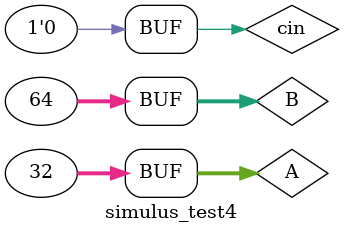
<source format=v>
`timescale 1ns / 1ps


module simulus_test4;

	// Inputs
	reg [31:0] A;
	reg [31:0] B;
	reg cin;

	// Outputs
	wire [31:0] sum;
	wire cout;

	// Instantiate the Unit Under Test (UUT)
	CarryLookAheadAdder32bit uut (
		.A(A), 
		.B(B), 
		.cin(cin), 
		.sum(sum), 
		.cout(cout)
	);

	initial begin
		// Initialize Inputs
		A = 0;
		B = 0;
		cin = 0;

		// Wait 100 ns for global reset to finish
		#100;
        
		// Add stimulus here
		#50 A=1;
		#50 A=0;
		#50 B=1;
		#50 A=32; 
		#50 B=64;
	end
	
	initial begin
			$monitor("A=%d,B=%d,cin=%d,sum=%d, cout=%d\n",A,B,cin,sum,cout);
		end
      
endmodule


</source>
